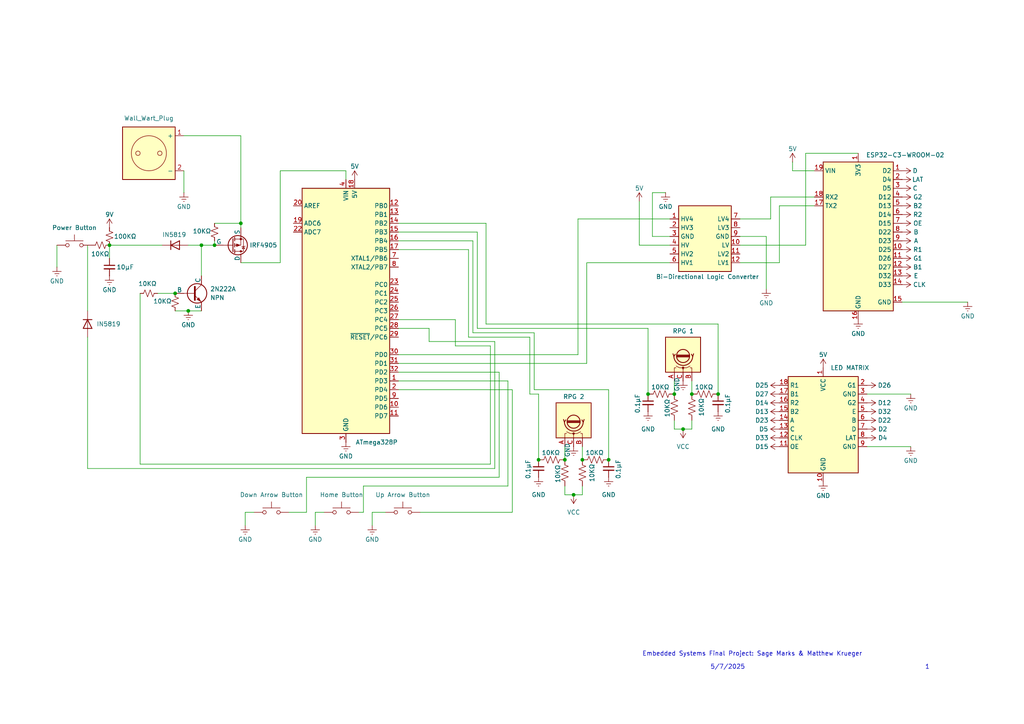
<source format=kicad_sch>
(kicad_sch (version 20250114) (generator "eeschema") (generator_version "9.0")
  (paper "A4")
  (lib_symbols
    (symbol "Connector:Conn_Plug_2P"
      (property "Reference" "P1" (at 0 12.7 0))
      (property "Value" "Conn_Plug_2P" (at 0 10.16 0))
      (symbol "Conn_Plug_2P_0_1"
        (circle (center 0 0) (radius 5.08))
      )
      (symbol "Conn_Plug_2P_1_1"
        (rectangle (start -7.62 7.62) (end 7.62 -7.62) (stroke (width 0.254)) (fill (type background)))
        (circle (center -3.175 0) (radius 0.635))
        (circle (center 3.175 0) (radius 0.635))
        (pin power_in line (at 10.16 5.08 180) (length 2.54) (name "+") (number "1"))
        (pin power_out line (at 10.16 -5.08 180) (length 2.54) (name "-") (number "2"))
      )
    )
    (symbol "D_1" (pin_numbers (hide yes)) (pin_names (offset 1.016) (hide yes))
      (property "Value" "IN5819" (at 4.826 1.27 0))
      (symbol "D_1_0_1"
        (polyline (pts (xy -1.27 0) (xy -1.27 2.54)))
        (polyline (pts (xy 0 2.54) (xy -2.54 2.54)) (stroke (width 0.254)))
        (polyline (pts (xy 0 0) (xy -2.54 0) (xy -1.27 2.54) (xy 0 0)) (stroke (width 0.254)))
      )
      (symbol "D_1_1_1"
        (pin passive line (at -1.27 5.08 270) (length 2.54) (name "K") (number "1"))
        (pin passive line (at -1.27 -2.54 90) (length 2.54) (name "A") (number "2"))
      )
    )
    (symbol "Device:C_Small" (pin_numbers (hide yes)) (pin_names (offset 0.254) (hide yes))
      (property "Reference" "C" (at 0.254 1.778 0))
      (property "Value" "C_Small" (at 0.254 -2.032 0))
      (symbol "C_Small_0_1"
        (polyline (pts (xy -1.524 0.508) (xy 1.524 0.508)) (stroke (width 0.3048)))
        (polyline (pts (xy -1.524 -0.508) (xy 1.524 -0.508)) (stroke (width 0.3302)))
      )
      (symbol "C_Small_1_1"
        (pin passive line (at 0 2.54 270) (length 2.032) (name "~") (number "1"))
        (pin passive line (at 0 -2.54 90) (length 2.032) (name "~") (number "2"))
      )
    )
    (symbol "Device:D" (pin_numbers (hide yes)) (pin_names (offset 1.016) (hide yes))
      (property "Reference" "D" (at 0 2.54 0))
      (property "Value" "D" (at 0 -2.54 0))
      (symbol "D_0_1"
        (polyline (pts (xy -1.27 1.27) (xy -1.27 -1.27)) (stroke (width 0.254)))
        (polyline (pts (xy 1.27 1.27) (xy 1.27 -1.27) (xy -1.27 0) (xy 1.27 1.27)) (stroke (width 0.254)))
        (polyline (pts (xy 1.27 0) (xy -1.27 0)))
      )
      (symbol "D_1_1"
        (pin passive line (at -3.81 0 0) (length 2.54) (name "K") (number "1"))
        (pin passive line (at 3.81 0 180) (length 2.54) (name "A") (number "2"))
      )
    )
    (symbol "Device:R_Small_US" (pin_numbers (hide yes)) (pin_names (offset 0.254) (hide yes))
      (property "Reference" "R" (at 0.762 0.508 0))
      (property "Value" "R_Small_US" (at 0.762 -1.016 0))
      (symbol "R_Small_US_1_1"
        (polyline (pts (xy 0 1.524) (xy 1.016 1.143) (xy 0 0.762) (xy -1.016 0.381) (xy 0 0)))
        (polyline (pts (xy 0 0) (xy 1.016 -0.381) (xy 0 -0.762) (xy -1.016 -1.143) (xy 0 -1.524)))
        (pin passive line (at 0 2.54 270) (length 1.016) (name "~") (number "1"))
        (pin passive line (at 0 -2.54 90) (length 1.016) (name "~") (number "2"))
      )
    )
    (symbol "Device:R_US" (pin_numbers (hide yes)) (pin_names (offset 0))
      (property "Reference" "R" (at 2.54 0 90))
      (property "Value" "R_US" (at -2.54 0 90))
      (symbol "R_US_0_1"
        (polyline (pts (xy 0 2.286) (xy 0 2.54)))
        (polyline (pts (xy 0 2.286) (xy 1.016 1.905) (xy 0 1.524) (xy -1.016 1.143) (xy 0 0.762)))
        (polyline (pts (xy 0 0.762) (xy 1.016 0.381) (xy 0 0) (xy -1.016 -0.381) (xy 0 -0.762)))
        (polyline (pts (xy 0 -0.762) (xy 1.016 -1.143) (xy 0 -1.524) (xy -1.016 -1.905) (xy 0 -2.286)))
        (polyline (pts (xy 0 -2.286) (xy 0 -2.54)))
      )
      (symbol "R_US_1_1"
        (pin passive line (at 0 3.81 270) (length 1.27) (name "~") (number "1"))
        (pin passive line (at 0 -3.81 90) (length 1.27) (name "~") (number "2"))
      )
    )
    (symbol "Device:RotaryEncoder" (pin_names (offset 0.254) (hide yes))
      (property "Reference" "SW" (at 0 6.604 0))
      (property "Value" "RotaryEncoder" (at 0 -6.604 0))
      (symbol "RotaryEncoder_0_1"
        (rectangle (start -5.08 5.08) (end 5.08 -5.08) (stroke (width 0.254)) (fill (type background)))
        (polyline (pts (xy -5.08 2.54) (xy -3.81 2.54) (xy -3.81 2.032)))
        (polyline (pts (xy -5.08 0) (xy -3.81 0) (xy -3.81 -1.016) (xy -3.302 -2.032)))
        (polyline (pts (xy -5.08 -2.54) (xy -3.81 -2.54) (xy -3.81 -2.032)))
        (polyline (pts (xy -4.318 0) (xy -3.81 0) (xy -3.81 1.016) (xy -3.302 2.032)))
        (circle (center -3.81 0) (radius 0.254) (fill (type outline)))
        (polyline (pts (xy -0.635 -1.778) (xy -0.635 1.778)) (stroke (width 0.254)))
        (circle (center -0.381 0) (radius 1.905) (stroke (width 0.254)))
        (polyline (pts (xy -0.381 -1.778) (xy -0.381 1.778)) (stroke (width 0.254)))
        (arc (start -0.381 -2.794) (mid -3.0988 -0.0635) (end -0.381 2.667) (stroke (width 0.254)))
        (polyline (pts (xy -0.127 1.778) (xy -0.127 -1.778)) (stroke (width 0.254)))
        (polyline (pts (xy 0.254 2.921) (xy -0.508 2.667) (xy 0.127 2.286)) (stroke (width 0.254)))
        (polyline (pts (xy 0.254 -3.048) (xy -0.508 -2.794) (xy 0.127 -2.413)) (stroke (width 0.254)))
      )
      (symbol "RotaryEncoder_1_1"
        (pin passive line (at -7.62 2.54 0) (length 2.54) (name "A") (number "A"))
        (pin passive line (at -7.62 0 0) (length 2.54) (name "C") (number "C"))
        (pin passive line (at -7.62 -2.54 0) (length 2.54) (name "B") (number "B"))
      )
    )
    (symbol "Driver_LED:IS31FL3218-GR"
      (property "Value" "LED MATRIX" (at 2.1433 27.94 0))
      (symbol "IS31FL3218-GR_0_1"
        (rectangle (start -10.16 25.4) (end 10.16 -2.54) (stroke (width 0.254)) (fill (type background)))
      )
      (symbol "IS31FL3218-GR_1_1"
        (pin bidirectional line (at -12.7 22.86 0) (length 2.54) (name "R1") (number "18"))
        (pin input line (at -12.7 20.32 0) (length 2.54) (name "B1") (number "17"))
        (pin input line (at -12.7 17.78 0) (length 2.54) (name "R2") (number "16"))
        (pin input line (at -12.7 15.24 0) (length 2.54) (name "B2") (number "15"))
        (pin passive line (at -12.7 12.7 0) (length 2.54) (name "A") (number "14"))
        (pin passive line (at -12.7 10.16 0) (length 2.54) (name "C") (number "13"))
        (pin passive line (at -12.7 7.62 0) (length 2.54) (name "CLK") (number "12"))
        (pin passive line (at -12.7 5.08 0) (length 2.54) (name "OE") (number "11"))
        (pin power_in line (at 0 27.94 270) (length 2.54) (name "VCC") (number "1"))
        (pin power_in line (at 0 -5.08 90) (length 2.54) (name "GND") (number "10"))
        (pin open_collector line (at 12.7 22.86 180) (length 2.54) (name "G1") (number "2"))
        (pin open_collector line (at 12.7 20.32 180) (length 2.54) (name "GND") (number "3"))
        (pin open_collector line (at 12.7 17.78 180) (length 2.54) (name "G2") (number "4"))
        (pin open_collector line (at 12.7 15.24 180) (length 2.54) (name "E") (number "5"))
        (pin open_collector line (at 12.7 12.7 180) (length 2.54) (name "B") (number "6"))
        (pin open_collector line (at 12.7 10.16 180) (length 2.54) (name "D") (number "7"))
        (pin open_collector line (at 12.7 7.62 180) (length 2.54) (name "LAT") (number "8"))
        (pin open_collector line (at 12.7 5.08 180) (length 2.54) (name "GND") (number "9"))
      )
    )
    (symbol "Logic_LevelTranslator:TXB0106PW"
      (property "Value" "Bi-Directional Logic Converter" (at -14.224 -11.684 0))
      (symbol "TXB0106PW_0_1"
        (rectangle (start -7.62 8.89) (end 7.62 -10.16) (stroke (width 0.254)) (fill (type background)))
      )
      (symbol "TXB0106PW_1_1"
        (pin bidirectional line (at -10.16 5.08 0) (length 2.54) (name "HV4") (number "1"))
        (pin bidirectional line (at -10.16 2.54 0) (length 2.54) (name "HV3") (number "2"))
        (pin bidirectional line (at -10.16 0 0) (length 2.54) (name "GND") (number "3"))
        (pin bidirectional line (at -10.16 -2.54 0) (length 2.54) (name "HV") (number "4"))
        (pin bidirectional line (at -10.16 -5.08 0) (length 2.54) (name "HV2") (number "5"))
        (pin bidirectional line (at -10.16 -7.62 0) (length 2.54) (name "HV1") (number "6"))
        (pin bidirectional line (at 10.16 5.08 180) (length 2.54) (name "LV4") (number "7"))
        (pin bidirectional line (at 10.16 2.54 180) (length 2.54) (name "LV3") (number "8"))
        (pin bidirectional line (at 10.16 0 180) (length 2.54) (name "GND") (number "9"))
        (pin bidirectional line (at 10.16 -2.54 180) (length 2.54) (name "LV") (number "10"))
        (pin bidirectional line (at 10.16 -5.08 180) (length 2.54) (name "LV2") (number "11"))
        (pin bidirectional line (at 10.16 -7.62 180) (length 2.54) (name "LV1") (number "12"))
      )
    )
    (symbol "MCU_Microchip_ATmega:ATmega328P-A"
      (property "Value" "ATmega328P" (at 2.794 -38.1 0))
      (symbol "ATmega328P-A_0_1"
        (rectangle (start -12.7 -35.56) (end 12.7 35.56) (stroke (width 0.254)) (fill (type background)))
      )
      (symbol "ATmega328P-A_1_1"
        (pin passive line (at -15.24 30.48 0) (length 2.54) (name "AREF") (number "20"))
        (pin input line (at -15.24 25.4 0) (length 2.54) (name "ADC6") (number "19"))
        (pin input line (at -15.24 22.86 0) (length 2.54) (name "ADC7") (number "22"))
        (pin power_in line (at 0 38.1 270) (length 2.54) (name "VIN") (number "4"))
        (pin passive line (at 0 38.1 270) (length 2.54) (hide yes) (name "VCC") (number "6"))
        (pin passive line (at 0 -38.1 90) (length 2.54) (hide yes) (name "GND") (number "21"))
        (pin power_in line (at 0 -38.1 90) (length 2.54) (name "GND") (number "3"))
        (pin passive line (at 0 -38.1 90) (length 2.54) (hide yes) (name "GND") (number "5"))
        (pin power_in line (at 2.54 38.1 270) (length 2.54) (name "5V") (number "18"))
        (pin bidirectional line (at 15.24 30.48 180) (length 2.54) (name "PB0") (number "12"))
        (pin bidirectional line (at 15.24 27.94 180) (length 2.54) (name "PB1") (number "13"))
        (pin bidirectional line (at 15.24 25.4 180) (length 2.54) (name "PB2") (number "14"))
        (pin bidirectional line (at 15.24 22.86 180) (length 2.54) (name "PB3") (number "15"))
        (pin bidirectional line (at 15.24 20.32 180) (length 2.54) (name "PB4") (number "16"))
        (pin bidirectional line (at 15.24 17.78 180) (length 2.54) (name "PB5") (number "17"))
        (pin bidirectional line (at 15.24 15.24 180) (length 2.54) (name "XTAL1/PB6") (number "7"))
        (pin bidirectional line (at 15.24 12.7 180) (length 2.54) (name "XTAL2/PB7") (number "8"))
        (pin bidirectional line (at 15.24 7.62 180) (length 2.54) (name "PC0") (number "23"))
        (pin bidirectional line (at 15.24 5.08 180) (length 2.54) (name "PC1") (number "24"))
        (pin bidirectional line (at 15.24 2.54 180) (length 2.54) (name "PC2") (number "25"))
        (pin bidirectional line (at 15.24 0 180) (length 2.54) (name "PC3") (number "26"))
        (pin bidirectional line (at 15.24 -2.54 180) (length 2.54) (name "PC4") (number "27"))
        (pin bidirectional line (at 15.24 -5.08 180) (length 2.54) (name "PC5") (number "28"))
        (pin bidirectional line (at 15.24 -7.62 180) (length 2.54) (name "~{RESET}/PC6") (number "29"))
        (pin bidirectional line (at 15.24 -12.7 180) (length 2.54) (name "PD0") (number "30"))
        (pin bidirectional line (at 15.24 -15.24 180) (length 2.54) (name "PD1") (number "31"))
        (pin bidirectional line (at 15.24 -17.78 180) (length 2.54) (name "PD2") (number "32"))
        (pin bidirectional line (at 15.24 -20.32 180) (length 2.54) (name "PD3") (number "1"))
        (pin bidirectional line (at 15.24 -22.86 180) (length 2.54) (name "PD4") (number "2"))
        (pin bidirectional line (at 15.24 -25.4 180) (length 2.54) (name "PD5") (number "9"))
        (pin bidirectional line (at 15.24 -27.94 180) (length 2.54) (name "PD6") (number "10"))
        (pin bidirectional line (at 15.24 -30.48 180) (length 2.54) (name "PD7") (number "11"))
      )
    )
    (symbol "RF_Module:ESP32-C3-WROOM-02"
      (property "Value" "ESP32-C3-WROOM-02" (at 2.1433 22.86 0))
      (symbol "ESP32-C3-WROOM-02_1_1"
        (rectangle (start -7.62 20.32) (end 12.7 -22.86) (stroke (width 0.254)) (fill (type background)))
        (pin bidirectional line (at -10.16 17.78 0) (length 2.54) (name "VIN") (number "19"))
        (pin bidirectional line (at -10.16 10.16 0) (length 2.54) (name "RX2") (number "18"))
        (pin bidirectional line (at -10.16 7.62 0) (length 2.54) (name "TX2") (number "17"))
        (pin passive line (at 0 -22.86 90) (length 2.54) (hide yes) (name "GND") (number "19"))
        (pin power_in line (at 2.54 22.86 270) (length 2.54) (name "3V3") (number "1"))
        (pin power_in line (at 2.54 -25.4 90) (length 2.54) (name "GND") (number "16"))
        (pin bidirectional line (at 15.24 17.78 180) (length 2.54) (name "D2") (number "1"))
        (pin bidirectional line (at 15.24 15.24 180) (length 2.54) (name "D4") (number "2"))
        (pin bidirectional line (at 15.24 12.7 180) (length 2.54) (name "D5") (number "3"))
        (pin bidirectional line (at 15.24 10.16 180) (length 2.54) (name "D12") (number "4"))
        (pin bidirectional line (at 15.24 7.62 180) (length 2.54) (name "D13") (number "5"))
        (pin bidirectional line (at 15.24 5.08 180) (length 2.54) (name "D14") (number "6"))
        (pin bidirectional line (at 15.24 2.54 180) (length 2.54) (name "D15") (number "7"))
        (pin bidirectional line (at 15.24 0 180) (length 2.54) (name "D22") (number "8"))
        (pin bidirectional line (at 15.24 -2.54 180) (length 2.54) (name "D23") (number "9"))
        (pin bidirectional line (at 15.24 -5.08 180) (length 2.54) (name "D25") (number "10"))
        (pin bidirectional line (at 15.24 -7.62 180) (length 2.54) (name "D26") (number "11"))
        (pin bidirectional line (at 15.24 -10.16 180) (length 2.54) (name "D27") (number "12"))
        (pin bidirectional line (at 15.24 -12.7 180) (length 2.54) (name "D32") (number "13"))
        (pin bidirectional line (at 15.24 -15.24 180) (length 2.54) (name "D33") (number "14"))
        (pin bidirectional line (at 15.24 -20.32 180) (length 2.54) (name "GND") (number "15"))
      )
    )
    (symbol "R_Small_US_1" (pin_numbers (hide yes)) (pin_names (offset 0.254) (hide yes))
      (property "Reference" "10KΩ" (at 2.286 2.794 0))
      (symbol "R_Small_US_1_1_1"
        (polyline (pts (xy 0 0) (xy -0.381 -1.016) (xy -0.762 0) (xy -1.143 1.016) (xy -1.524 0)))
        (polyline (pts (xy 1.524 0) (xy 1.143 -1.016) (xy 0.762 0) (xy 0.381 1.016) (xy 0 0)))
        (pin passive line (at -2.54 0 0) (length 1.016) (name "~") (number "2"))
        (pin passive line (at 2.54 0 180) (length 1.016) (name "~") (number "1"))
      )
    )
    (symbol "Simulation_SPICE:NPN" (pin_numbers (hide yes)) (pin_names (offset 0))
      (property "Reference" "Q" (at -2.54 7.62 0))
      (property "Value" "NPN" (at -2.54 5.08 0))
      (symbol "NPN_0_1"
        (polyline (pts (xy -2.54 0) (xy 0.635 0)) (stroke (width 0.1524)))
        (polyline (pts (xy 0.635 1.905) (xy 0.635 -1.905) (xy 0.635 -1.905)) (stroke (width 0.508)))
        (polyline (pts (xy 0.635 0.635) (xy 2.54 2.54)))
        (polyline (pts (xy 0.635 -0.635) (xy 2.54 -2.54) (xy 2.54 -2.54)))
        (circle (center 1.27 0) (radius 2.8194) (stroke (width 0.254)))
        (polyline (pts (xy 1.27 -1.778) (xy 1.778 -1.27) (xy 2.286 -2.286) (xy 1.27 -1.778) (xy 1.27 -1.778)) (fill (type outline)))
        (polyline (pts (xy 2.794 -1.27) (xy 2.794 -1.27)) (stroke (width 0.1524)))
        (polyline (pts (xy 2.794 -1.27) (xy 2.794 -1.27)) (stroke (width 0.1524)))
      )
      (symbol "NPN_1_1"
        (pin input line (at -5.08 0 0) (length 2.54) (name "B") (number "2"))
        (pin open_collector line (at 2.54 5.08 270) (length 2.54) (name "C") (number "1"))
        (pin open_emitter line (at 2.54 -5.08 90) (length 2.54) (name "E") (number "3"))
      )
    )
    (symbol "Simulation_SPICE:PMOS" (pin_numbers (hide yes)) (pin_names (offset 0))
      (property "Reference" "IRF4905" (at 6.35 1.2701 0))
      (property "Value" "PMOS" (at 6.35 -1.2699 0))
      (symbol "PMOS_0_1"
        (polyline (pts (xy 0.254 1.905) (xy 0.254 -1.905)) (stroke (width 0.254)))
        (polyline (pts (xy 0.254 0) (xy -2.54 0)))
        (polyline (pts (xy 0.762 2.286) (xy 0.762 1.27)) (stroke (width 0.254)))
        (polyline (pts (xy 0.762 1.778) (xy 3.302 1.778) (xy 3.302 -1.778) (xy 0.762 -1.778)))
        (polyline (pts (xy 0.762 0.508) (xy 0.762 -0.508)) (stroke (width 0.254)))
        (polyline (pts (xy 0.762 -1.27) (xy 0.762 -2.286)) (stroke (width 0.254)))
        (circle (center 1.651 0) (radius 2.794) (stroke (width 0.254)))
        (polyline (pts (xy 2.286 0) (xy 1.27 0.381) (xy 1.27 -0.381) (xy 2.286 0)) (fill (type outline)))
        (polyline (pts (xy 2.54 2.54) (xy 2.54 1.778)))
        (polyline (pts (xy 2.54 2.54) (xy 2.54 0) (xy 0.762 0)))
        (circle (center 2.54 1.778) (radius 0.254) (fill (type outline)))
        (circle (center 2.54 -1.778) (radius 0.254) (fill (type outline)))
        (polyline (pts (xy 2.794 -0.508) (xy 2.921 -0.381) (xy 3.683 -0.381) (xy 3.81 -0.254)))
        (polyline (pts (xy 3.302 -0.381) (xy 2.921 -1.016) (xy 3.683 -1.016) (xy 3.302 -0.381)))
      )
      (symbol "PMOS_1_1"
        (pin input line (at -5.08 0 0) (length 2.54) (name "G") (number "2"))
        (pin passive line (at 2.54 5.08 270) (length 2.54) (name "S") (number "1"))
        (pin passive line (at 2.54 -5.08 90) (length 2.54) (name "D") (number "3"))
      )
    )
    (symbol "Switch:SW_Push" (pin_numbers (hide yes)) (pin_names (offset 1.016) (hide yes))
      (property "Reference" "SW" (at 1.27 2.54 0))
      (property "Value" "SW_Push" (at 0 -1.524 0))
      (symbol "SW_Push_0_1"
        (circle (center -2.032 0) (radius 0.508))
        (polyline (pts (xy 0 1.27) (xy 0 3.048)))
        (circle (center 2.032 0) (radius 0.508))
        (polyline (pts (xy 2.54 1.27) (xy -2.54 1.27)))
        (pin passive line (at -5.08 0 0) (length 2.54) (name "1") (number "1"))
        (pin passive line (at 5.08 0 180) (length 2.54) (name "2") (number "2"))
      )
    )
    (symbol "VCC_1" (power) (pin_numbers (hide yes)) (pin_names (offset 0) (hide yes))
      (property "Value" "5V" (at 3.81 0 0))
      (symbol "VCC_1_0_1"
        (polyline (pts (xy 0 0) (xy 2.54 0)))
        (polyline (pts (xy 1.27 0.762) (xy 2.54 0)))
        (polyline (pts (xy 2.54 0) (xy 1.27 -0.762)))
      )
      (symbol "VCC_1_1_1"
        (pin power_in line (at 0 0 0) (length 0) (name "~") (number "1"))
      )
    )
    (symbol "VCC_2" (power) (pin_numbers (hide yes)) (pin_names (offset 0) (hide yes))
      (property "Value" "D26" (at -5.08 0 0))
      (symbol "VCC_2_0_1"
        (polyline (pts (xy -2.54 0) (xy -1.27 -0.762)))
        (polyline (pts (xy -1.27 0.762) (xy -2.54 0)))
        (polyline (pts (xy 0 0) (xy -2.54 0)))
      )
      (symbol "VCC_2_1_1"
        (pin power_in line (at 0 0 180) (length 0) (name "~") (number "1"))
      )
    )
    (symbol "power:Earth" (power) (pin_numbers (hide yes)) (pin_names (offset 0) (hide yes))
      (property "Value" "Earth" (at 0 -3.81 0))
      (symbol "Earth_0_1"
        (polyline (pts (xy -0.635 -1.905) (xy 0.635 -1.905)))
        (polyline (pts (xy -0.127 -2.54) (xy 0.127 -2.54)))
        (polyline (pts (xy 0 -1.27) (xy 0 0)))
        (polyline (pts (xy 1.27 -1.27) (xy -1.27 -1.27)))
      )
      (symbol "Earth_1_1"
        (pin power_in line (at 0 0 270) (length 0) (name "~") (number "1"))
      )
    )
    (symbol "power:VCC" (power) (pin_numbers (hide yes)) (pin_names (offset 0) (hide yes))
      (property "Value" "VCC" (at 0 3.556 0))
      (symbol "VCC_0_1"
        (polyline (pts (xy -0.762 1.27) (xy 0 2.54)))
        (polyline (pts (xy 0 2.54) (xy 0.762 1.27)))
        (polyline (pts (xy 0 0) (xy 0 2.54)))
      )
      (symbol "VCC_1_1"
        (pin power_in line (at 0 0 90) (length 0) (name "~") (number "1"))
      )
    )
  )
  (text "Embedded Systems Final Project: Sage Marks & Matthew Krueger" (at 218.186 189.738 0) (effects (font (size 1.27 1.27))))
  (text "5/7/2025" (at 211.074 193.548 0) (effects (font (size 1.27 1.27))))
  (text "1" (at 268.986 193.548 0) (effects (font (size 1.27 1.27))))
  (junction (at 168.91 133.35))
  (junction (at 187.96 114.3))
  (junction (at 62.23 71.12))
  (junction (at 156.21 133.35))
  (junction (at 166.37 143.51))
  (junction (at 200.66 114.3))
  (junction (at 69.85 64.77))
  (junction (at 31.75 71.12))
  (junction (at 195.58 114.3))
  (junction (at 163.83 133.35))
  (junction (at 50.8 85.09))
  (junction (at 58.42 71.12))
  (junction (at 176.53 133.35))
  (junction (at 198.12 124.46))
  (junction (at 208.28 114.3))
  (junction (at 54.61 90.17))
  (wire (pts (xy 195.58 124.46) (xy 198.12 124.46)))
  (wire (pts (xy 138.43 95.25) (xy 187.96 95.25)))
  (wire (pts (xy 194.31 71.12) (xy 185.42 71.12)))
  (wire (pts (xy 147.32 110.49) (xy 147.32 140.97)))
  (wire (pts (xy 107.95 148.59) (xy 107.95 152.4)))
  (wire (pts (xy 226.06 59.69) (xy 236.22 59.69)))
  (wire (pts (xy 69.85 39.37) (xy 69.85 64.77)))
  (wire (pts (xy 168.91 129.54) (xy 168.91 133.35)))
  (wire (pts (xy 226.06 76.2) (xy 226.06 59.69)))
  (wire (pts (xy 83.82 148.59) (xy 88.9 148.59)))
  (wire (pts (xy 53.34 49.53) (xy 53.34 55.88)))
  (wire (pts (xy 62.23 69.85) (xy 62.23 71.12)))
  (wire (pts (xy 25.4 71.12) (xy 25.4 90.17)))
  (wire (pts (xy 140.97 64.77) (xy 115.57 64.77)))
  (wire (pts (xy 168.91 140.97) (xy 168.91 143.51)))
  (wire (pts (xy 135.89 97.79) (xy 153.67 97.79)))
  (wire (pts (xy 229.87 49.53) (xy 229.87 46.99)))
  (wire (pts (xy 214.63 68.58) (xy 222.25 68.58)))
  (wire (pts (xy 248.92 44.45) (xy 233.68 44.45)))
  (wire (pts (xy 50.8 90.17) (xy 54.61 90.17)))
  (wire (pts (xy 176.53 113.03) (xy 176.53 133.35)))
  (wire (pts (xy 69.85 64.77) (xy 69.85 66.04)))
  (wire (pts (xy 251.46 129.54) (xy 264.16 129.54)))
  (wire (pts (xy 115.57 69.85) (xy 137.16 69.85)))
  (wire (pts (xy 62.23 64.77) (xy 69.85 64.77)))
  (wire (pts (xy 115.57 72.39) (xy 135.89 72.39)))
  (wire (pts (xy 154.94 96.52) (xy 154.94 113.03)))
  (wire (pts (xy 187.96 95.25) (xy 187.96 114.3)))
  (wire (pts (xy 198.12 124.46) (xy 200.66 124.46)))
  (wire (pts (xy 138.43 67.31) (xy 115.57 67.31)))
  (wire (pts (xy 31.75 71.12) (xy 46.99 71.12)))
  (wire (pts (xy 214.63 76.2) (xy 226.06 76.2)))
  (wire (pts (xy 81.28 49.53) (xy 100.33 49.53)))
  (wire (pts (xy 214.63 63.5) (xy 223.52 63.5)))
  (wire (pts (xy 54.61 71.12) (xy 58.42 71.12)))
  (wire (pts (xy 163.83 129.54) (xy 163.83 133.35)))
  (wire (pts (xy 40.64 85.09) (xy 40.64 134.62)))
  (wire (pts (xy 233.68 44.45) (xy 233.68 71.12)))
  (wire (pts (xy 251.46 114.3) (xy 264.16 114.3)))
  (wire (pts (xy 88.9 138.43) (xy 144.78 138.43)))
  (wire (pts (xy 147.32 140.97) (xy 105.41 140.97)))
  (wire (pts (xy 31.75 71.12) (xy 31.75 74.93)))
  (wire (pts (xy 195.58 110.49) (xy 195.58 114.3)))
  (wire (pts (xy 142.24 134.62) (xy 142.24 100.33)))
  (wire (pts (xy 71.12 148.59) (xy 71.12 152.4)))
  (wire (pts (xy 153.67 97.79) (xy 153.67 114.3)))
  (wire (pts (xy 132.08 92.71) (xy 115.57 92.71)))
  (wire (pts (xy 137.16 96.52) (xy 154.94 96.52)))
  (wire (pts (xy 195.58 121.92) (xy 195.58 124.46)))
  (wire (pts (xy 194.31 68.58) (xy 189.23 68.58)))
  (wire (pts (xy 167.64 102.87) (xy 115.57 102.87)))
  (wire (pts (xy 124.46 95.25) (xy 115.57 95.25)))
  (wire (pts (xy 170.18 76.2) (xy 170.18 105.41)))
  (wire (pts (xy 208.28 93.98) (xy 208.28 114.3)))
  (wire (pts (xy 115.57 110.49) (xy 147.32 110.49)))
  (wire (pts (xy 236.22 49.53) (xy 229.87 49.53)))
  (wire (pts (xy 189.23 55.88) (xy 193.04 55.88)))
  (wire (pts (xy 222.25 68.58) (xy 222.25 83.82)))
  (wire (pts (xy 223.52 63.5) (xy 223.52 57.15)))
  (wire (pts (xy 170.18 76.2) (xy 194.31 76.2)))
  (wire (pts (xy 69.85 39.37) (xy 53.34 39.37)))
  (wire (pts (xy 73.66 148.59) (xy 71.12 148.59)))
  (wire (pts (xy 143.51 135.89) (xy 143.51 99.06)))
  (wire (pts (xy 115.57 113.03) (xy 148.59 113.03)))
  (wire (pts (xy 148.59 113.03) (xy 148.59 148.59)))
  (wire (pts (xy 25.4 97.79) (xy 25.4 135.89)))
  (wire (pts (xy 144.78 138.43) (xy 144.78 107.95)))
  (wire (pts (xy 69.85 76.2) (xy 81.28 76.2)))
  (wire (pts (xy 167.64 63.5) (xy 167.64 102.87)))
  (wire (pts (xy 91.44 148.59) (xy 91.44 152.4)))
  (wire (pts (xy 185.42 71.12) (xy 185.42 58.42)))
  (wire (pts (xy 105.41 148.59) (xy 104.14 148.59)))
  (wire (pts (xy 25.4 135.89) (xy 143.51 135.89)))
  (wire (pts (xy 200.66 110.49) (xy 200.66 114.3)))
  (wire (pts (xy 54.61 90.17) (xy 58.42 90.17)))
  (wire (pts (xy 88.9 148.59) (xy 88.9 138.43)))
  (wire (pts (xy 140.97 93.98) (xy 140.97 64.77)))
  (wire (pts (xy 138.43 95.25) (xy 138.43 67.31)))
  (wire (pts (xy 58.42 71.12) (xy 62.23 71.12)))
  (wire (pts (xy 40.64 134.62) (xy 142.24 134.62)))
  (wire (pts (xy 223.52 57.15) (xy 236.22 57.15)))
  (wire (pts (xy 163.83 140.97) (xy 163.83 143.51)))
  (wire (pts (xy 100.33 49.53) (xy 100.33 52.07)))
  (wire (pts (xy 148.59 148.59) (xy 121.92 148.59)))
  (wire (pts (xy 142.24 100.33) (xy 132.08 100.33)))
  (wire (pts (xy 153.67 114.3) (xy 156.21 114.3)))
  (wire (pts (xy 189.23 68.58) (xy 189.23 55.88)))
  (wire (pts (xy 163.83 143.51) (xy 166.37 143.51)))
  (wire (pts (xy 135.89 72.39) (xy 135.89 97.79)))
  (wire (pts (xy 132.08 100.33) (xy 132.08 92.71)))
  (wire (pts (xy 140.97 93.98) (xy 208.28 93.98)))
  (wire (pts (xy 124.46 99.06) (xy 124.46 95.25)))
  (wire (pts (xy 111.76 148.59) (xy 107.95 148.59)))
  (wire (pts (xy 144.78 107.95) (xy 115.57 107.95)))
  (wire (pts (xy 137.16 69.85) (xy 137.16 96.52)))
  (wire (pts (xy 143.51 99.06) (xy 124.46 99.06)))
  (wire (pts (xy 200.66 121.92) (xy 200.66 124.46)))
  (wire (pts (xy 170.18 105.41) (xy 115.57 105.41)))
  (wire (pts (xy 93.98 148.59) (xy 91.44 148.59)))
  (wire (pts (xy 156.21 114.3) (xy 156.21 133.35)))
  (wire (pts (xy 58.42 71.12) (xy 58.42 80.01)))
  (wire (pts (xy 81.28 76.2) (xy 81.28 49.53)))
  (wire (pts (xy 167.64 63.5) (xy 194.31 63.5)))
  (wire (pts (xy 166.37 143.51) (xy 168.91 143.51)))
  (wire (pts (xy 154.94 113.03) (xy 176.53 113.03)))
  (wire (pts (xy 16.51 71.12) (xy 16.51 77.47)))
  (wire (pts (xy 105.41 140.97) (xy 105.41 148.59)))
  (wire (pts (xy 233.68 71.12) (xy 214.63 71.12)))
  (wire (pts (xy 45.72 85.09) (xy 50.8 85.09)))
  (wire (pts (xy 261.62 87.63) (xy 280.67 87.63)))
  (symbol (lib_id "Device:R_US") (at 200.66 118.11 0) (unit 1)
    (property "Reference" "R4" (effects (hide yes)))
    (property "Value" "10KΩ" (at 203.454 118.11 90))
    (property "Description" "Resistor, US symbol" (effects (hide yes)))
  )
  (symbol (lib_name "VCC_1") (lib_id "power:VCC") (at 261.62 49.53 0) (unit 1)
    (property "Reference" "#PWR011" (effects (hide yes)))
    (property "Value" "D" (at 265.43 49.53 0))
    (property "Description" "Power symbol creates a global label with name \"VCC\"" (effects (hide yes)))
  )
  (symbol (lib_id "power:VCC") (at 185.42 58.42 0) (unit 1)
    (property "Reference" "#PWR08" (effects (hide yes)))
    (property "Value" "5V" (at 185.42 54.61 0))
    (property "Description" "Power symbol creates a global label with name \"VCC\"" (effects (hide yes)))
  )
  (symbol (lib_id "Device:RotaryEncoder") (at 166.37 121.92 90) (unit 1)
    (property "Reference" "SW3" (effects (hide yes)))
    (property "Value" "RPG 2" (at 163.322 115.062 90) (effects (justify right)))
    (property "Description" "Rotary encoder, dual channel, incremental quadrate outputs" (effects (hide yes)))
  )
  (symbol (lib_id "power:VCC") (at 229.87 46.99 0) (unit 1)
    (property "Reference" "#PWR012" (effects (hide yes)))
    (property "Value" "5V" (at 229.87 43.18 0))
    (property "Description" "Power symbol creates a global label with name \"VCC\"" (effects (hide yes)))
  )
  (symbol (lib_id "power:Earth") (at 166.37 129.54 0) (unit 1)
    (property "Reference" "#PWR051" (effects (hide yes)))
    (property "Value" "GND" (at 164.592 130.556 90))
    (property "Description" "Power symbol creates a global label with name \"Earth\"" (effects (hide yes)))
  )
  (symbol (lib_id "power:Earth") (at 156.21 138.43 0) (unit 1)
    (property "Reference" "#PWR050" (effects (hide yes)))
    (property "Value" "GND" (at 156.21 143.51 0))
    (property "Description" "Power symbol creates a global label with name \"Earth\"" (effects (hide yes)))
  )
  (symbol (lib_id "power:Earth") (at 176.53 138.43 0) (unit 1)
    (property "Reference" "#PWR053" (effects (hide yes)))
    (property "Value" "GND" (at 176.53 143.51 0))
    (property "Description" "Power symbol creates a global label with name \"Earth\"" (effects (hide yes)))
  )
  (symbol (lib_id "Driver_LED:IS31FL3218-GR") (at 238.76 134.62 0) (unit 1)
    (property "Reference" "U4" (effects (hide yes)))
    (property "Value" "LED MATRIX" (at 240.9033 106.68 0) (effects (justify left)))
    (property "Footprint" "Package_SO:SOP-24_7.5x15.4mm_P1.27mm" (effects (hide yes)))
    (property "Datasheet" "http://www.issi.com/WW/pdf/31FL3218.pdf" (effects (hide yes)))
    (property "Description" "18 LED matrix driver with 8-bit PWM, SOP-24" (effects (hide yes)))
  )
  (symbol (lib_name "VCC_1") (lib_id "power:VCC") (at 261.62 54.61 0) (unit 1)
    (property "Reference" "#PWR018" (effects (hide yes)))
    (property "Value" "C" (at 265.43 54.61 0))
    (property "Description" "Power symbol creates a global label with name \"VCC\"" (effects (hide yes)))
  )
  (symbol (lib_id "Device:C_Small") (at 208.28 116.84 0) (unit 1)
    (property "Reference" "C3" (effects (hide yes)))
    (property "Value" "0.1µF" (at 211.074 119.888 90) (effects (justify left)))
    (property "Description" "Unpolarized capacitor, small symbol" (effects (hide yes)))
  )
  (symbol (lib_id "power:Earth") (at 53.34 55.88 0) (unit 1)
    (property "Reference" "#PWR02" (effects (hide yes)))
    (property "Value" "GND" (at 53.34 59.944 0))
    (property "Description" "Power symbol creates a global label with name \"Earth\"" (effects (hide yes)))
  )
  (symbol (lib_id "power:Earth") (at 31.75 80.01 0) (unit 1)
    (property "Reference" "#PWR05" (effects (hide yes)))
    (property "Value" "GND" (at 31.75 84.074 0))
    (property "Description" "Power symbol creates a global label with name \"Earth\"" (effects (hide yes)))
  )
  (symbol (lib_id "Device:R_US") (at 195.58 118.11 0) (unit 1)
    (property "Reference" "R3" (effects (hide yes)))
    (property "Value" "10KΩ" (at 193.548 118.364 90))
    (property "Description" "Resistor, US symbol" (effects (hide yes)))
  )
  (symbol (lib_id "Switch:SW_Push") (at 78.74 148.59 0) (unit 1)
    (property "Reference" "SW6" (effects (hide yes)))
    (property "Value" "Down Arrow Button" (at 78.74 143.51 0))
    (property "Description" "Push button switch, generic, two pins" (effects (hide yes)))
  )
  (symbol (lib_id "Switch:SW_Push") (at 116.84 148.59 0) (unit 1)
    (property "Reference" "SW5" (effects (hide yes)))
    (property "Value" "Up Arrow Button" (at 116.84 143.51 0))
    (property "Description" "Push button switch, generic, two pins" (effects (hide yes)))
  )
  (symbol (lib_id "power:Earth") (at 280.67 87.63 0) (unit 1)
    (property "Reference" "#PWR016" (effects (hide yes)))
    (property "Value" "GND" (at 280.67 91.694 0))
    (property "Description" "Power symbol creates a global label with name \"Earth\"" (effects (hide yes)))
  )
  (symbol (lib_id "Device:R_Small_US") (at 62.23 67.31 0) (unit 1)
    (property "Reference" "10KΩ" (at 55.88 67.056 0) (effects (justify left)))
    (property "Value" "R_Small_US" (effects (hide yes)))
    (property "Description" "Resistor, small US symbol" (effects (hide yes)))
  )
  (symbol (lib_name "VCC_2") (lib_id "power:VCC") (at 226.06 114.3 0) (unit 1)
    (property "Reference" "#PWR037" (effects (hide yes)))
    (property "Value" "D27" (at 220.98 114.3 0))
    (property "Description" "Power symbol creates a global label with name \"VCC\"" (effects (hide yes)))
  )
  (symbol (lib_name "VCC_1") (lib_id "power:VCC") (at 261.62 57.15 0) (unit 1)
    (property "Reference" "#PWR019" (effects (hide yes)))
    (property "Value" "G2" (at 266.192 57.15 0))
    (property "Description" "Power symbol creates a global label with name \"VCC\"" (effects (hide yes)))
  )
  (symbol (lib_id "Simulation_SPICE:NPN") (at 55.88 85.09 0) (unit 1)
    (property "Reference" "2N222A" (at 60.96 83.8199 0) (effects (justify left)))
    (property "Value" "NPN" (at 60.96 86.3599 0) (effects (justify left)))
    (property "Datasheet" "https://ngspice.sourceforge.io/docs/ngspice-html-manual/manual.xhtml#cha_BJTs" (effects (hide yes)))
    (property "Description" "Bipolar transistor symbol for simulation only, substrate tied to the emitter" (effects (hide yes)))
    (property "Sim.Device" "NPN" (effects (hide yes)))
    (property "Sim.Type" "GUMMELPOON" (effects (hide yes)))
    (property "Sim.Pins" "1=C 2=B 3=E" (effects (hide yes)))
  )
  (symbol (lib_id "Switch:SW_Push") (at 21.59 71.12 0) (unit 1)
    (property "Reference" "SW1" (effects (hide yes)))
    (property "Value" "Power Button" (at 21.59 66.04 0))
    (property "Description" "Push button switch, generic, two pins" (effects (hide yes)))
  )
  (symbol (lib_name "VCC_1") (lib_id "power:VCC") (at 261.62 52.07 0) (unit 1)
    (property "Reference" "#PWR017" (effects (hide yes)))
    (property "Value" "LAT" (at 266.192 52.07 0))
    (property "Description" "Power symbol creates a global label with name \"VCC\"" (effects (hide yes)))
  )
  (symbol (lib_name "VCC_2") (lib_id "power:VCC") (at 226.06 119.38 0) (unit 1)
    (property "Reference" "#PWR039" (effects (hide yes)))
    (property "Value" "D13" (at 220.98 119.38 0))
    (property "Description" "Power symbol creates a global label with name \"VCC\"" (effects (hide yes)))
  )
  (symbol (lib_name "VCC_1") (lib_id "power:VCC") (at 261.62 74.93 0) (unit 1)
    (property "Reference" "#PWR026" (effects (hide yes)))
    (property "Value" "G1" (at 266.192 74.93 0))
    (property "Description" "Power symbol creates a global label with name \"VCC\"" (effects (hide yes)))
  )
  (symbol (lib_id "power:Earth") (at 238.76 139.7 0) (unit 1)
    (property "Reference" "#PWR044" (effects (hide yes)))
    (property "Value" "GND" (at 238.76 143.764 0))
    (property "Description" "Power symbol creates a global label with name \"Earth\"" (effects (hide yes)))
  )
  (symbol (lib_name "VCC_1") (lib_id "power:VCC") (at 261.62 72.39 0) (unit 1)
    (property "Reference" "#PWR025" (effects (hide yes)))
    (property "Value" "R1" (at 266.192 72.39 0))
    (property "Description" "Power symbol creates a global label with name \"VCC\"" (effects (hide yes)))
  )
  (symbol (lib_id "power:Earth") (at 100.33 128.27 0) (unit 1)
    (property "Reference" "#PWR01" (effects (hide yes)))
    (property "Value" "GND" (at 100.33 132.334 0))
    (property "Description" "Power symbol creates a global label with name \"Earth\"" (effects (hide yes)))
  )
  (symbol (lib_name "VCC_1") (lib_id "power:VCC") (at 251.46 111.76 0) (unit 1)
    (property "Reference" "#PWR030" (effects (hide yes)))
    (property "Value" "D26" (at 256.54 111.76 0))
    (property "Description" "Power symbol creates a global label with name \"VCC\"" (effects (hide yes)))
  )
  (symbol (lib_id "Device:C_Small") (at 187.96 116.84 0) (unit 1)
    (property "Reference" "C2" (effects (hide yes)))
    (property "Value" "0.1µF" (at 184.912 119.888 90) (effects (justify left)))
    (property "Description" "Unpolarized capacitor, small symbol" (effects (hide yes)))
  )
  (symbol (lib_name "VCC_2") (lib_id "power:VCC") (at 226.06 116.84 0) (unit 1)
    (property "Reference" "#PWR038" (effects (hide yes)))
    (property "Value" "D14" (at 220.98 116.84 0))
    (property "Description" "Power symbol creates a global label with name \"VCC\"" (effects (hide yes)))
  )
  (symbol (lib_id "power:Earth") (at 107.95 152.4 0) (unit 1)
    (property "Reference" "#PWR056" (effects (hide yes)))
    (property "Value" "GND" (at 107.95 156.464 0))
    (property "Description" "Power symbol creates a global label with name \"Earth\"" (effects (hide yes)))
  )
  (symbol (lib_id "Device:C_Small") (at 176.53 135.89 0) (unit 1)
    (property "Reference" "C5" (effects (hide yes)))
    (property "Value" "0.1µF" (at 179.324 138.938 90) (effects (justify left)))
    (property "Description" "Unpolarized capacitor, small symbol" (effects (hide yes)))
  )
  (symbol (lib_id "power:VCC") (at 102.87 52.07 0) (unit 1)
    (property "Reference" "#PWR07" (effects (hide yes)))
    (property "Value" "5V" (at 102.87 48.26 0))
    (property "Description" "Power symbol creates a global label with name \"VCC\"" (effects (hide yes)))
  )
  (symbol (lib_id "Device:R_Small_US") (at 50.8 87.63 0) (unit 1)
    (property "Reference" "10KΩ" (at 44.45 87.376 0) (effects (justify left)))
    (property "Value" "R_Small_US" (effects (hide yes)))
    (property "Description" "Resistor, small US symbol" (effects (hide yes)))
  )
  (symbol (lib_id "Device:R_Small_US") (at 31.75 68.58 0) (unit 1)
    (property "Reference" "100KΩ" (at 33.02 68.58 0) (effects (justify left)))
    (property "Value" "R_Small_US" (effects (hide yes)))
    (property "Description" "Resistor, small US symbol" (effects (hide yes)))
  )
  (symbol (lib_name "VCC_1") (lib_id "power:VCC") (at 251.46 124.46 0) (unit 1)
    (property "Reference" "#PWR034" (effects (hide yes)))
    (property "Value" "D2" (at 256.032 124.46 0))
    (property "Description" "Power symbol creates a global label with name \"VCC\"" (effects (hide yes)))
  )
  (symbol (lib_id "Device:RotaryEncoder") (at 198.12 102.87 90) (unit 1)
    (property "Reference" "SW2" (effects (hide yes)))
    (property "Value" "RPG 1" (at 195.072 96.012 90) (effects (justify right)))
    (property "Description" "Rotary encoder, dual channel, incremental quadrate outputs" (effects (hide yes)))
  )
  (symbol (lib_id "MCU_Microchip_ATmega:ATmega328P-A") (at 100.33 90.17 0) (unit 1)
    (property "Reference" "U1" (effects (hide yes)))
    (property "Value" "ATmega328P" (at 103.124 128.27 0) (effects (justify left)))
    (property "Footprint" "Package_QFP:TQFP-32_7x7mm_P0.8mm" (effects (hide yes)))
    (property "Datasheet" "http://ww1.microchip.com/downloads/en/DeviceDoc/ATmega328_P%20AVR%20MCU%20with%20picoPower%20Technology%20Data%20Sheet%2040001984A.pdf" (effects (hide yes)))
    (property "Description" "20MHz, 32kB Flash, 2kB SRAM, 1kB EEPROM, TQFP-32" (effects (hide yes)))
  )
  (symbol (lib_id "power:Earth") (at 193.04 55.88 0) (unit 1)
    (property "Reference" "#PWR09" (effects (hide yes)))
    (property "Value" "GND" (at 193.04 59.944 0))
    (property "Description" "Power symbol creates a global label with name \"Earth\"" (effects (hide yes)))
  )
  (symbol (lib_id "Device:R_US") (at 204.47 114.3 270) (unit 1)
    (property "Reference" "R6" (effects (hide yes)))
    (property "Value" "10KΩ" (at 204.216 112.268 90))
    (property "Description" "Resistor, US symbol" (effects (hide yes)))
  )
  (symbol (lib_name "VCC_2") (lib_id "power:VCC") (at 226.06 124.46 0) (unit 1)
    (property "Reference" "#PWR041" (effects (hide yes)))
    (property "Value" "D5" (at 221.488 124.46 0))
    (property "Description" "Power symbol creates a global label with name \"VCC\"" (effects (hide yes)))
  )
  (symbol (lib_id "Device:R_US") (at 168.91 137.16 0) (unit 1)
    (property "Reference" "R9" (effects (hide yes)))
    (property "Value" "10KΩ" (at 171.704 137.16 90))
    (property "Description" "Resistor, US symbol" (effects (hide yes)))
  )
  (symbol (lib_id "power:Earth") (at 208.28 119.38 0) (unit 1)
    (property "Reference" "#PWR047" (effects (hide yes)))
    (property "Value" "GND" (at 208.28 124.46 0))
    (property "Description" "Power symbol creates a global label with name \"Earth\"" (effects (hide yes)))
  )
  (symbol (lib_id "power:Earth") (at 198.12 110.49 0) (unit 1)
    (property "Reference" "#PWR046" (effects (hide yes)))
    (property "Value" "GND" (at 196.342 111.506 90))
    (property "Description" "Power symbol creates a global label with name \"Earth\"" (effects (hide yes)))
  )
  (symbol (lib_id "power:VCC") (at 31.75 66.04 0) (unit 1)
    (property "Reference" "#PWR06" (effects (hide yes)))
    (property "Value" "9V" (at 31.75 62.23 0))
    (property "Description" "Power symbol creates a global label with name \"VCC\"" (effects (hide yes)))
  )
  (symbol (lib_id "Device:R_US") (at 191.77 114.3 270) (unit 1)
    (property "Reference" "R5" (effects (hide yes)))
    (property "Value" "10KΩ" (at 191.516 112.268 90))
    (property "Description" "Resistor, US symbol" (effects (hide yes)))
  )
  (symbol (lib_id "power:Earth") (at 16.51 77.47 0) (unit 1)
    (property "Reference" "#PWR04" (effects (hide yes)))
    (property "Value" "GND" (at 16.51 81.534 0))
    (property "Description" "Power symbol creates a global label with name \"Earth\"" (effects (hide yes)))
  )
  (symbol (lib_name "VCC_1") (lib_id "power:VCC") (at 261.62 67.31 0) (unit 1)
    (property "Reference" "#PWR023" (effects (hide yes)))
    (property "Value" "B" (at 265.684 67.31 0))
    (property "Description" "Power symbol creates a global label with name \"VCC\"" (effects (hide yes)))
  )
  (symbol (lib_id "power:Earth") (at 264.16 114.3 0) (unit 1)
    (property "Reference" "#PWR014" (effects (hide yes)))
    (property "Value" "GND" (at 264.16 118.364 0))
    (property "Description" "Power symbol creates a global label with name \"Earth\"" (effects (hide yes)))
  )
  (symbol (lib_id "Switch:SW_Push") (at 99.06 148.59 0) (unit 1)
    (property "Reference" "SW4" (effects (hide yes)))
    (property "Value" "Home Button" (at 99.06 143.51 0))
    (property "Description" "Push button switch, generic, two pins" (effects (hide yes)))
  )
  (symbol (lib_name "VCC_1") (lib_id "power:VCC") (at 261.62 77.47 0) (unit 1)
    (property "Reference" "#PWR027" (effects (hide yes)))
    (property "Value" "B1" (at 266.192 77.47 0))
    (property "Description" "Power symbol creates a global label with name \"VCC\"" (effects (hide yes)))
  )
  (symbol (lib_id "Device:D") (at 50.8 71.12 0) (unit 1)
    (property "Reference" "D1" (effects (hide yes)))
    (property "Value" "IN5819" (at 50.546 68.072 0))
    (property "Description" "Diode" (effects (hide yes)))
    (property "Sim.Device" "D" (effects (hide yes)))
    (property "Sim.Pins" "1=K 2=A" (effects (hide yes)))
  )
  (symbol (lib_name "VCC_2") (lib_id "power:VCC") (at 226.06 127 0) (unit 1)
    (property "Reference" "#PWR042" (effects (hide yes)))
    (property "Value" "D33" (at 220.98 127 0))
    (property "Description" "Power symbol creates a global label with name \"VCC\"" (effects (hide yes)))
  )
  (symbol (lib_id "power:Earth") (at 222.25 83.82 0) (unit 1)
    (property "Reference" "#PWR045" (effects (hide yes)))
    (property "Value" "GND" (at 222.25 87.884 0))
    (property "Description" "Power symbol creates a global label with name \"Earth\"" (effects (hide yes)))
  )
  (symbol (lib_name "VCC_1") (lib_id "power:VCC") (at 251.46 116.84 0) (unit 1)
    (property "Reference" "#PWR031" (effects (hide yes)))
    (property "Value" "D12" (at 256.54 116.84 0))
    (property "Description" "Power symbol creates a global label with name \"VCC\"" (effects (hide yes)))
  )
  (symbol (lib_name "VCC_1") (lib_id "power:VCC") (at 261.62 69.85 0) (unit 1)
    (property "Reference" "#PWR024" (effects (hide yes)))
    (property "Value" "A" (at 265.684 69.85 0))
    (property "Description" "Power symbol creates a global label with name \"VCC\"" (effects (hide yes)))
  )
  (symbol (lib_name "D_1") (lib_id "Device:D") (at 26.67 95.25 0) (unit 1)
    (property "Reference" "D2" (effects (hide yes)))
    (property "Value" "IN5819" (at 31.496 93.98 0))
    (property "Description" "Diode" (effects (hide yes)))
    (property "Sim.Device" "D" (effects (hide yes)))
    (property "Sim.Pins" "1=K 2=A" (effects (hide yes)))
  )
  (symbol (lib_id "Device:C_Small") (at 156.21 135.89 0) (unit 1)
    (property "Reference" "C4" (effects (hide yes)))
    (property "Value" "0.1µF" (at 153.162 138.938 90) (effects (justify left)))
    (property "Description" "Unpolarized capacitor, small symbol" (effects (hide yes)))
  )
  (symbol (lib_id "Simulation_SPICE:PMOS") (at 67.31 71.12 0) (unit 1)
    (property "Reference" "IRF4905" (at 72.39 71.12 0) (effects (justify left)))
    (property "Value" "PMOS" (effects (hide yes)))
    (property "Datasheet" "https://ngspice.sourceforge.io/docs/ngspice-html-manual/manual.xhtml#cha_MOSFETs" (effects (hide yes)))
    (property "Description" "P-MOSFET transistor, drain/source/gate" (effects (hide yes)))
    (property "Sim.Device" "PMOS" (effects (hide yes)))
    (property "Sim.Type" "VDMOS" (effects (hide yes)))
    (property "Sim.Pins" "1=D 2=G 3=S" (effects (hide yes)))
  )
  (symbol (lib_id "power:VCC") (at 166.37 143.51 180) (unit 1)
    (property "Reference" "#PWR052" (effects (hide yes)))
    (property "Value" "VCC" (at 166.37 148.59 0))
    (property "Description" "Power symbol creates a global label with name \"VCC\"" (effects (hide yes)))
  )
  (symbol (lib_name "VCC_1") (lib_id "power:VCC") (at 261.62 59.69 0) (unit 1)
    (property "Reference" "#PWR020" (effects (hide yes)))
    (property "Value" "B2" (at 266.192 59.69 0))
    (property "Description" "Power symbol creates a global label with name \"VCC\"" (effects (hide yes)))
  )
  (symbol (lib_name "VCC_1") (lib_id "power:VCC") (at 261.62 82.55 0) (unit 1)
    (property "Reference" "#PWR029" (effects (hide yes)))
    (property "Value" "CLK" (at 266.7 82.55 0))
    (property "Description" "Power symbol creates a global label with name \"VCC\"" (effects (hide yes)))
  )
  (symbol (lib_id "power:Earth") (at 248.92 92.71 0) (unit 1)
    (property "Reference" "#PWR013" (effects (hide yes)))
    (property "Value" "GND" (at 248.92 96.774 0))
    (property "Description" "Power symbol creates a global label with name \"Earth\"" (effects (hide yes)))
  )
  (symbol (lib_id "power:Earth") (at 187.96 119.38 0) (unit 1)
    (property "Reference" "#PWR048" (effects (hide yes)))
    (property "Value" "GND" (at 187.96 124.46 0))
    (property "Description" "Power symbol creates a global label with name \"Earth\"" (effects (hide yes)))
  )
  (symbol (lib_id "Device:R_US") (at 172.72 133.35 270) (unit 1)
    (property "Reference" "R10" (effects (hide yes)))
    (property "Value" "10KΩ" (at 172.466 131.318 90))
    (property "Description" "Resistor, US symbol" (effects (hide yes)))
  )
  (symbol (lib_id "Device:C_Small") (at 31.75 77.47 0) (unit 1)
    (property "Reference" "C1" (effects (hide yes)))
    (property "Value" "10µF" (at 33.782 77.47 0) (effects (justify left)))
    (property "Description" "Unpolarized capacitor, small symbol" (effects (hide yes)))
  )
  (symbol (lib_id "Device:R_US") (at 160.02 133.35 270) (unit 1)
    (property "Reference" "R7" (effects (hide yes)))
    (property "Value" "10KΩ" (at 159.766 131.318 90))
    (property "Description" "Resistor, US symbol" (effects (hide yes)))
  )
  (symbol (lib_id "power:VCC") (at 238.76 106.68 0) (unit 1)
    (property "Reference" "#PWR010" (effects (hide yes)))
    (property "Value" "5V" (at 238.76 102.87 0))
    (property "Description" "Power symbol creates a global label with name \"VCC\"" (effects (hide yes)))
  )
  (symbol (lib_id "power:Earth") (at 71.12 152.4 0) (unit 1)
    (property "Reference" "#PWR054" (effects (hide yes)))
    (property "Value" "GND" (at 71.12 156.464 0))
    (property "Description" "Power symbol creates a global label with name \"Earth\"" (effects (hide yes)))
  )
  (symbol (lib_name "VCC_2") (lib_id "power:VCC") (at 226.06 129.54 0) (unit 1)
    (property "Reference" "#PWR043" (effects (hide yes)))
    (property "Value" "D15" (at 220.98 129.54 0))
    (property "Description" "Power symbol creates a global label with name \"VCC\"" (effects (hide yes)))
  )
  (symbol (lib_id "power:Earth") (at 54.61 90.17 0) (unit 1)
    (property "Reference" "#PWR03" (effects (hide yes)))
    (property "Value" "GND" (at 54.61 94.234 0))
    (property "Description" "Power symbol creates a global label with name \"Earth\"" (effects (hide yes)))
  )
  (symbol (lib_id "power:Earth") (at 91.44 152.4 0) (unit 1)
    (property "Reference" "#PWR055" (effects (hide yes)))
    (property "Value" "GND" (at 91.44 156.464 0))
    (property "Description" "Power symbol creates a global label with name \"Earth\"" (effects (hide yes)))
  )
  (symbol (lib_id "Connector:Conn_Plug_2P") (at 43.18 44.45 0) (unit 1)
    (property "Reference" "P1" (effects (hide yes)))
    (property "Value" "Wall_Wart_Plug" (at 43.18 34.29 0))
    (property "Description" "2 Pins non-protected generic plug" (effects (hide yes)))
  )
  (symbol (lib_id "power:VCC") (at 198.12 124.46 180) (unit 1)
    (property "Reference" "#PWR049" (effects (hide yes)))
    (property "Value" "VCC" (at 198.12 129.54 0))
    (property "Description" "Power symbol creates a global label with name \"VCC\"" (effects (hide yes)))
  )
  (symbol (lib_name "VCC_1") (lib_id "power:VCC") (at 261.62 64.77 0) (unit 1)
    (property "Reference" "#PWR022" (effects (hide yes)))
    (property "Value" "OE" (at 266.192 64.77 0))
    (property "Description" "Power symbol creates a global label with name \"VCC\"" (effects (hide yes)))
  )
  (symbol (lib_name "VCC_1") (lib_id "power:VCC") (at 251.46 119.38 0) (unit 1)
    (property "Reference" "#PWR032" (effects (hide yes)))
    (property "Value" "D32" (at 256.54 119.38 0))
    (property "Description" "Power symbol creates a global label with name \"VCC\"" (effects (hide yes)))
  )
  (symbol (lib_id "power:Earth") (at 264.16 129.54 0) (unit 1)
    (property "Reference" "#PWR015" (effects (hide yes)))
    (property "Value" "GND" (at 264.16 133.604 0))
    (property "Description" "Power symbol creates a global label with name \"Earth\"" (effects (hide yes)))
  )
  (symbol (lib_id "Device:R_US") (at 163.83 137.16 0) (unit 1)
    (property "Reference" "R8" (effects (hide yes)))
    (property "Value" "10KΩ" (at 161.798 137.414 90))
    (property "Description" "Resistor, US symbol" (effects (hide yes)))
  )
  (symbol (lib_name "R_Small_US_1") (lib_id "Device:R_Small_US") (at 29.21 71.12 0) (unit 1)
    (property "Reference" "10KΩ" (at 31.75 73.66 0) (effects (justify right)))
    (property "Value" "R_Small_US" (effects (hide yes)))
    (property "Description" "Resistor, small US symbol" (effects (hide yes)))
  )
  (symbol (lib_name "VCC_1") (lib_id "power:VCC") (at 261.62 62.23 0) (unit 1)
    (property "Reference" "#PWR021" (effects (hide yes)))
    (property "Value" "R2" (at 266.192 62.23 0))
    (property "Description" "Power symbol creates a global label with name \"VCC\"" (effects (hide yes)))
  )
  (symbol (lib_name "VCC_1") (lib_id "power:VCC") (at 251.46 121.92 0) (unit 1)
    (property "Reference" "#PWR033" (effects (hide yes)))
    (property "Value" "D22" (at 256.54 121.92 0))
    (property "Description" "Power symbol creates a global label with name \"VCC\"" (effects (hide yes)))
  )
  (symbol (lib_name "VCC_2") (lib_id "power:VCC") (at 226.06 111.76 0) (unit 1)
    (property "Reference" "#PWR036" (effects (hide yes)))
    (property "Value" "D25" (at 220.98 111.76 0))
    (property "Description" "Power symbol creates a global label with name \"VCC\"" (effects (hide yes)))
  )
  (symbol (lib_name "VCC_2") (lib_id "power:VCC") (at 226.06 121.92 0) (unit 1)
    (property "Reference" "#PWR040" (effects (hide yes)))
    (property "Value" "D23" (at 220.98 121.92 0))
    (property "Description" "Power symbol creates a global label with name \"VCC\"" (effects (hide yes)))
  )
  (symbol (lib_name "R_Small_US_1") (lib_id "Device:R_Small_US") (at 43.18 85.09 0) (unit 1)
    (property "Reference" "10KΩ" (at 45.466 82.296 0) (effects (justify right)))
    (property "Value" "R_Small_US" (effects (hide yes)))
    (property "Description" "Resistor, small US symbol" (effects (hide yes)))
  )
  (symbol (lib_id "Logic_LevelTranslator:TXB0106PW") (at 204.47 68.58 0) (unit 1)
    (property "Reference" "U3" (effects (hide yes)))
    (property "Value" "Bi-Directional Logic Converter" (at 190.246 80.264 0) (effects (justify left)))
    (property "Footprint" "Package_SO:TSSOP-16_4.4x5mm_P0.65mm" (effects (hide yes)))
    (property "Datasheet" "http://www.ti.com/lit/ds/symlink/txb0106.pdf" (effects (hide yes)))
    (property "Description" "6-Bit Bidirectional Voltage-Level Translator, Auto Direction Sensing and ±15-kV ESD Protection, 1.2 - 3.6V APort, 1.65 - 5.5V BPort, TSSOP-16" (effects (hide yes)))
  )
  (symbol (lib_name "VCC_1") (lib_id "power:VCC") (at 261.62 80.01 0) (unit 1)
    (property "Reference" "#PWR028" (effects (hide yes)))
    (property "Value" "E" (at 265.684 80.01 0))
    (property "Description" "Power symbol creates a global label with name \"VCC\"" (effects (hide yes)))
  )
  (symbol (lib_name "VCC_1") (lib_id "power:VCC") (at 251.46 127 0) (unit 1)
    (property "Reference" "#PWR035" (effects (hide yes)))
    (property "Value" "D4" (at 256.032 127 0))
    (property "Description" "Power symbol creates a global label with name \"VCC\"" (effects (hide yes)))
  )
  (symbol (lib_id "RF_Module:ESP32-C3-WROOM-02") (at 246.38 67.31 0) (unit 1)
    (property "Reference" "U2" (effects (hide yes)))
    (property "Value" "ESP32-C3-WROOM-02" (at 251.206 44.958 0) (effects (justify left)))
    (property "Footprint" "RF_Module:ESP32-C3-WROOM-02" (effects (hide yes)))
    (property "Datasheet" "https://www.espressif.com/sites/default/files/documentation/esp32-c3-wroom-02_datasheet_en.pdf" (effects (hide yes)))
    (property "Description" "802.11 b/g/n Wi­Fi and Bluetooth 5 module, ESP32­C3 SoC, RISC­V microprocessor, On-board antenna" (effects (hide yes)))
  )
)
</source>
